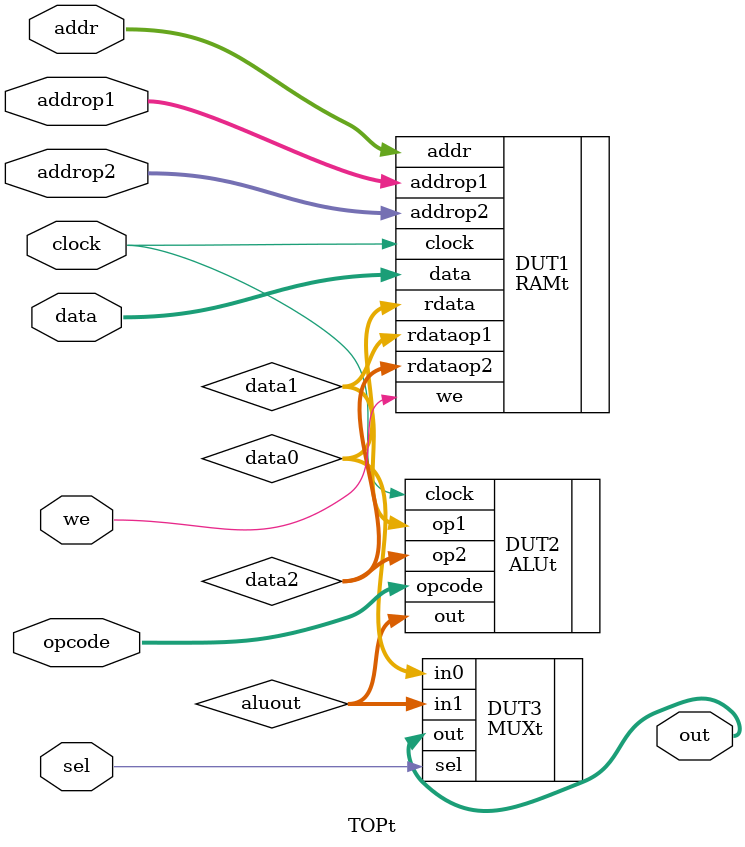
<source format=v>
module TOPt(input clock, input we, input[3:0] data, input[3:0] addr ,input[3:0] addrop1, input[3:0] addrop2, input sel, input[1:0] opcode, output[4:0] out);
	wire[3:0] data0;
	wire[3:0] data1;
	wire[3:0] data2;
	wire[4:0] aluout;
	
	RAMt DUT1(.clock(clock),.addr(addr),.addrop1(addrop1),.addrop2(addrop2),.data(data),.we(we),.rdata(data0),.rdataop1(data1),.rdataop2(data2));
	ALUt DUT2(.op1(data1),.op2(data2),.clock(clock),.opcode(opcode),.out(aluout));
	MUXt DUT3(.in1(aluout),.in0(data0),.sel(sel),.out(out));
endmodule
</source>
